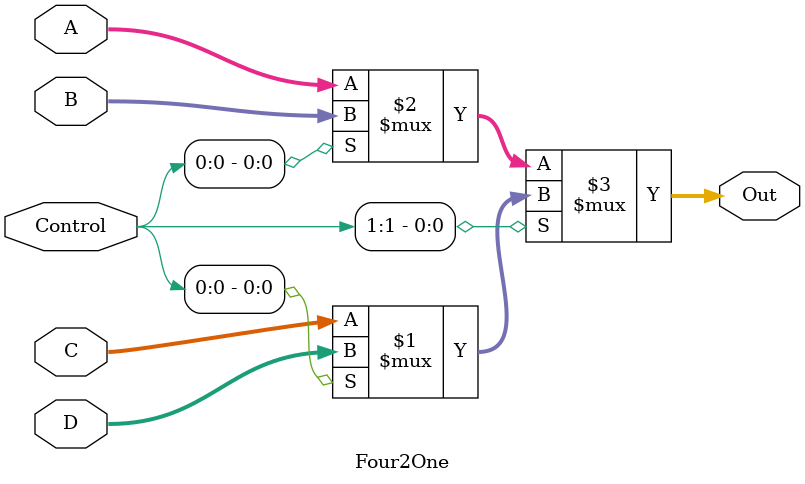
<source format=v>

module Register(
	input CLK,
	input [31:0] DataIn, 
	output reg [31:0] DataOut
);

	always @(posedge CLK)
	begin
		DataOut = DataIn;
	end
	
endmodule

module IR(
	input CLK, IRWrite,
	input [31:0] DataIn,
	output reg [31:0] DataOut
);

	always @(posedge CLK)
	begin
		if(IRWrite==1'b1) 
		begin
			DataOut <= DataIn;
		end
	end
	
endmodule

module SignExtend(
	input [15:0] In,
	output [31:0] Out
);

	assign Out = {{16{In[15]}},In[15:0]};

endmodule

module Four2One(
	input [1:0] Control,
	input [31:0] A, B, C, D,
	output [31:0] Out
);

	assign Out = Control[1] ? (Control[0] ? D : C) : (Control[0] ? B : A);
	
endmodule



</source>
